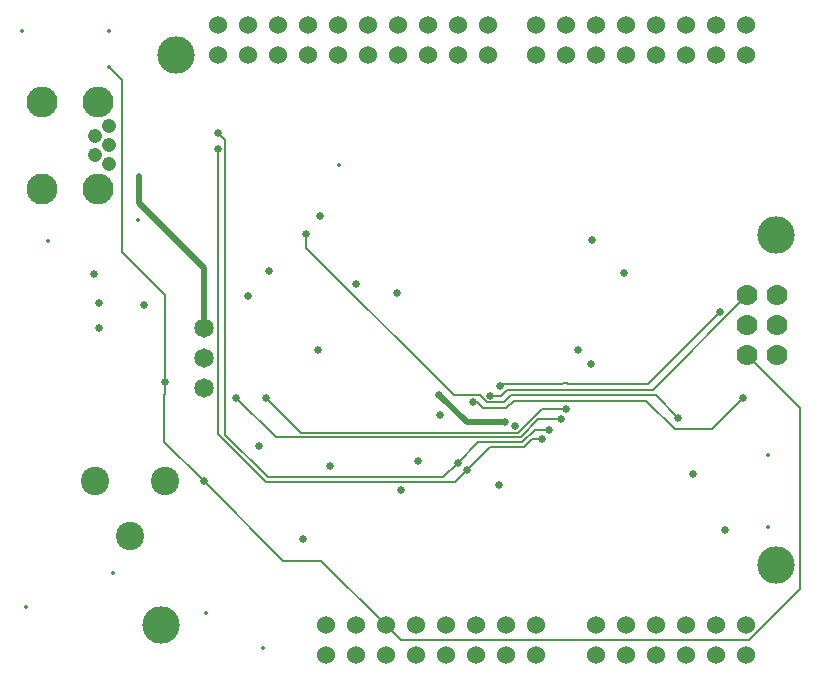
<source format=gbl>
G04*
G04 #@! TF.GenerationSoftware,Altium Limited,Altium Designer,19.1.8 (144)*
G04*
G04 Layer_Physical_Order=4*
G04 Layer_Color=16711680*
%FSLAX25Y25*%
%MOIN*%
G70*
G01*
G75*
%ADD13C,0.00600*%
%ADD18C,0.00000*%
%ADD75C,0.12500*%
%ADD77C,0.02000*%
%ADD78C,0.06000*%
%ADD79C,0.07000*%
%ADD80C,0.06496*%
%ADD81C,0.04756*%
%ADD82O,0.10299X0.10299*%
%ADD83C,0.10299*%
%ADD84C,0.09449*%
%ADD85C,0.02500*%
%ADD96C,0.01378*%
D13*
X90000Y62500D02*
X153000D01*
X157000Y66500D01*
X74000Y78500D02*
X90000Y62500D01*
X152700Y91500D02*
X161600D01*
X103540Y140661D02*
X152700Y91500D01*
X103540Y140661D02*
Y145328D01*
X159100Y89200D02*
X160600D01*
X162600Y87200D01*
X171700Y91500D02*
X220000D01*
X169350Y89150D02*
X171700Y91500D01*
X163909Y89150D02*
X169350D01*
X170600Y93400D02*
X219148D01*
X168500Y91300D02*
X170600Y93400D01*
X164800Y91300D02*
X168500D01*
X162600Y87200D02*
X170200D01*
X172700Y89700D01*
X161600Y91460D02*
X163909Y89150D01*
X172700Y89700D02*
X216800D01*
X226400Y80100D01*
X238800D01*
X249200Y90500D01*
X220000Y91500D02*
X227600Y83900D01*
X161600Y91460D02*
Y91500D01*
X219148Y93400D02*
X250551Y124803D01*
X182200Y87000D02*
X190000D01*
X174200Y79000D02*
X182200Y87000D01*
X168000Y94700D02*
X168700Y95400D01*
X188941D01*
X188991Y95450D01*
X190772D01*
X190822Y95400D01*
X217500D01*
X241500Y119400D01*
X90700Y64100D02*
X149100D01*
X76500Y78300D02*
X90700Y64100D01*
X76500Y78300D02*
Y176500D01*
X149100Y64100D02*
X154000Y69000D01*
X178800Y77000D02*
X182000D01*
X176000Y74200D02*
X178800Y77000D01*
X164700Y74200D02*
X176000D01*
X157000Y66500D02*
X164700Y74200D01*
X175497Y75800D02*
X179697Y80000D01*
X160800Y75800D02*
X175497D01*
X154000Y69000D02*
X160800Y75800D01*
X180900Y83500D02*
X188500D01*
X175000Y77600D02*
X180900Y83500D01*
X93390Y77600D02*
X175000D01*
X80300Y90690D02*
X93390Y77600D01*
X101690Y79000D02*
X174200D01*
X90000Y90690D02*
X101690Y79000D01*
X74000Y78500D02*
Y173500D01*
Y179000D02*
X76500Y176500D01*
X42000Y139300D02*
X56312Y124988D01*
Y96000D02*
Y124988D01*
Y91912D02*
Y96000D01*
X179697Y80000D02*
X184500D01*
X250551Y104803D02*
X268000Y87354D01*
Y27000D02*
Y87354D01*
X251000Y10000D02*
X268000Y27000D01*
X135000Y10000D02*
X251000D01*
X130000Y15000D02*
X135000Y10000D01*
X37674Y200823D02*
X42000Y196497D01*
Y139300D02*
Y196497D01*
X56300Y91900D02*
X56312Y91912D01*
X56300Y75990D02*
Y91900D01*
Y75990D02*
X69500Y62790D01*
X108600Y36400D02*
X130000Y15000D01*
X95890Y36400D02*
X108600D01*
X69500Y62790D02*
X95890Y36400D01*
D18*
X37921Y158709D02*
Y161858D01*
X30441D02*
X37921D01*
X30441Y158709D02*
Y161858D01*
Y158709D02*
X37921D01*
X19220Y187843D02*
Y190992D01*
X11740D02*
X19220D01*
X11740Y187843D02*
Y190992D01*
Y187843D02*
X19220D01*
X37921D02*
Y190992D01*
X30441D02*
X37921D01*
X30441Y187843D02*
Y190992D01*
Y187843D02*
X37921D01*
X19220Y158709D02*
Y161858D01*
X11740D02*
X19220D01*
X11740Y158709D02*
Y161858D01*
Y158709D02*
X19220D01*
D75*
X260000Y35000D02*
D03*
Y145000D02*
D03*
X60000Y205000D02*
D03*
X55000Y15000D02*
D03*
D77*
X157000Y82500D02*
X169900D01*
X147900Y91600D02*
X157000Y82500D01*
X47823Y155577D02*
X69500Y133900D01*
Y114000D02*
Y133900D01*
X47823Y155577D02*
Y164500D01*
D78*
X110000Y5000D02*
D03*
X120000D02*
D03*
X130000D02*
D03*
X140000D02*
D03*
X150000D02*
D03*
X160000D02*
D03*
X170000D02*
D03*
X180000D02*
D03*
X250000D02*
D03*
X240000D02*
D03*
X230000D02*
D03*
X220000D02*
D03*
X210000D02*
D03*
X200000D02*
D03*
X250000Y215000D02*
D03*
X240000D02*
D03*
X230000D02*
D03*
X220000D02*
D03*
X210000D02*
D03*
X200000D02*
D03*
X190000D02*
D03*
X180000D02*
D03*
X74000D02*
D03*
X84000D02*
D03*
X94000D02*
D03*
X104000D02*
D03*
X114000D02*
D03*
X124000D02*
D03*
X134000D02*
D03*
X144000D02*
D03*
X154000D02*
D03*
X164000D02*
D03*
Y205000D02*
D03*
X154000D02*
D03*
X144000D02*
D03*
X134000D02*
D03*
X124000D02*
D03*
X114000D02*
D03*
X104000D02*
D03*
X94000D02*
D03*
X84000D02*
D03*
X74000D02*
D03*
X180000Y15000D02*
D03*
X170000D02*
D03*
X160000D02*
D03*
X150000D02*
D03*
X140000D02*
D03*
X130000D02*
D03*
X120000D02*
D03*
X110000D02*
D03*
X180000Y205000D02*
D03*
X190000D02*
D03*
X200000D02*
D03*
X210000D02*
D03*
X220000D02*
D03*
X230000D02*
D03*
X240000D02*
D03*
X250000D02*
D03*
X200000Y15000D02*
D03*
X210000D02*
D03*
X220000D02*
D03*
X230000D02*
D03*
X240000D02*
D03*
X250000D02*
D03*
D79*
X260551Y104803D02*
D03*
X250551D02*
D03*
X260551Y114803D02*
D03*
X250551D02*
D03*
X260551Y124803D02*
D03*
X250551D02*
D03*
D80*
X69500Y94000D02*
D03*
Y104000D02*
D03*
Y114000D02*
D03*
D81*
X37724Y181150D02*
D03*
Y174850D02*
D03*
Y168551D02*
D03*
X33000Y178000D02*
D03*
Y171701D02*
D03*
D82*
X15480Y189417D02*
D03*
X34181D02*
D03*
Y160284D02*
D03*
D83*
X15480D02*
D03*
D84*
X44780Y44496D02*
D03*
X33000Y63000D02*
D03*
X56500D02*
D03*
D85*
X243300Y46600D02*
D03*
X135234Y59800D02*
D03*
X167700Y61700D02*
D03*
X169900Y82500D02*
D03*
X147900Y91600D02*
D03*
X159100Y89200D02*
D03*
X198600Y102000D02*
D03*
X194100Y106500D02*
D03*
X249200Y90500D02*
D03*
X227600Y83900D02*
D03*
X168000Y94700D02*
D03*
X241500Y119400D02*
D03*
X164800Y91300D02*
D03*
X103540Y145328D02*
D03*
X74000Y173500D02*
D03*
Y179000D02*
D03*
X182000Y77000D02*
D03*
X184500Y80000D02*
D03*
X154000Y69000D02*
D03*
X157000Y66500D02*
D03*
X190000Y87000D02*
D03*
X188500Y83500D02*
D03*
X90000Y90690D02*
D03*
X80300Y90690D02*
D03*
X140900Y69600D02*
D03*
X111400Y67900D02*
D03*
X209603Y132297D02*
D03*
X198697Y143203D02*
D03*
X232639Y65339D02*
D03*
X102511Y43453D02*
D03*
X148203Y84897D02*
D03*
X87900Y74600D02*
D03*
X91290Y133079D02*
D03*
X120282Y128586D02*
D03*
X107333Y106658D02*
D03*
X84140Y124618D02*
D03*
X133653Y125734D02*
D03*
X107998Y151103D02*
D03*
X56312Y96000D02*
D03*
X69500Y62790D02*
D03*
X173300Y81173D02*
D03*
X34600Y122200D02*
D03*
X34543Y114043D02*
D03*
X49420Y121721D02*
D03*
X32957Y131957D02*
D03*
D96*
X114400Y168400D02*
D03*
X257500Y47688D02*
D03*
X257600Y71688D02*
D03*
X89000Y7314D02*
D03*
X70000Y18917D02*
D03*
X39055Y32106D02*
D03*
X10000Y21083D02*
D03*
X47512Y149800D02*
D03*
X17400Y142812D02*
D03*
X37674Y212823D02*
D03*
X8674D02*
D03*
X37674Y200823D02*
D03*
X47823Y164500D02*
D03*
M02*

</source>
